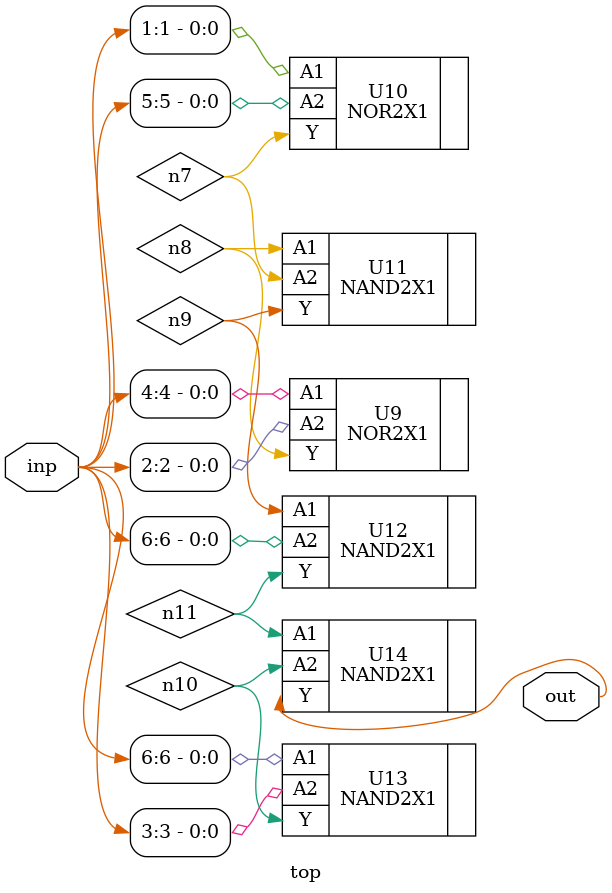
<source format=sv>


module top ( inp, out );
  input [6:0] inp;
  output out;
  wire   n7, n8, n9, n10, n11;

  NOR2X1 U9 ( .A1(inp[4]), .A2(inp[2]), .Y(n8) );
  NOR2X1 U10 ( .A1(inp[1]), .A2(inp[5]), .Y(n7) );
  NAND2X1 U11 ( .A1(n8), .A2(n7), .Y(n9) );
  NAND2X1 U12 ( .A1(n9), .A2(inp[6]), .Y(n11) );
  NAND2X1 U13 ( .A1(inp[6]), .A2(inp[3]), .Y(n10) );
  NAND2X1 U14 ( .A1(n11), .A2(n10), .Y(out) );
endmodule


</source>
